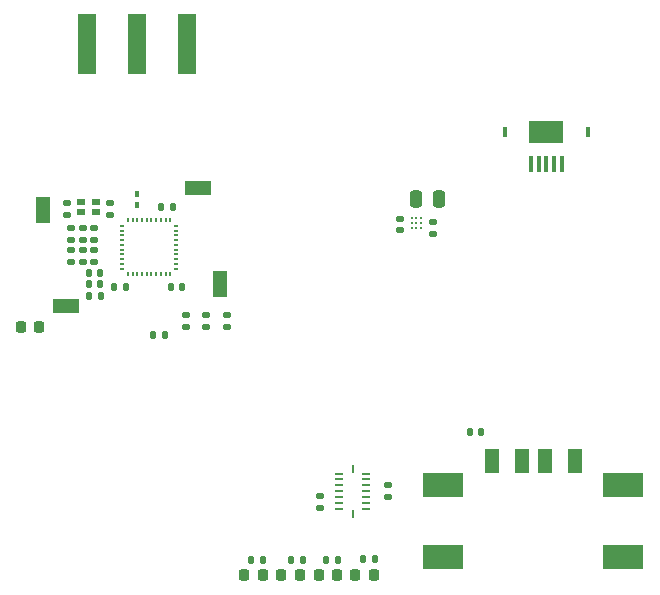
<source format=gtp>
%TF.GenerationSoftware,KiCad,Pcbnew,7.0.1*%
%TF.CreationDate,2023-10-27T08:58:37+02:00*%
%TF.ProjectId,SensorLeapSMA,53656e73-6f72-44c6-9561-70534d412e6b,rev?*%
%TF.SameCoordinates,Original*%
%TF.FileFunction,Paste,Top*%
%TF.FilePolarity,Positive*%
%FSLAX46Y46*%
G04 Gerber Fmt 4.6, Leading zero omitted, Abs format (unit mm)*
G04 Created by KiCad (PCBNEW 7.0.1) date 2023-10-27 08:58:37*
%MOMM*%
%LPD*%
G01*
G04 APERTURE LIST*
G04 Aperture macros list*
%AMRoundRect*
0 Rectangle with rounded corners*
0 $1 Rounding radius*
0 $2 $3 $4 $5 $6 $7 $8 $9 X,Y pos of 4 corners*
0 Add a 4 corners polygon primitive as box body*
4,1,4,$2,$3,$4,$5,$6,$7,$8,$9,$2,$3,0*
0 Add four circle primitives for the rounded corners*
1,1,$1+$1,$2,$3*
1,1,$1+$1,$4,$5*
1,1,$1+$1,$6,$7*
1,1,$1+$1,$8,$9*
0 Add four rect primitives between the rounded corners*
20,1,$1+$1,$2,$3,$4,$5,0*
20,1,$1+$1,$4,$5,$6,$7,0*
20,1,$1+$1,$6,$7,$8,$9,0*
20,1,$1+$1,$8,$9,$2,$3,0*%
G04 Aperture macros list end*
%ADD10RoundRect,0.135000X-0.135000X-0.185000X0.135000X-0.185000X0.135000X0.185000X-0.135000X0.185000X0*%
%ADD11RoundRect,0.135000X-0.185000X0.135000X-0.185000X-0.135000X0.185000X-0.135000X0.185000X0.135000X0*%
%ADD12RoundRect,0.140000X0.140000X0.170000X-0.140000X0.170000X-0.140000X-0.170000X0.140000X-0.170000X0*%
%ADD13RoundRect,0.218750X-0.218750X-0.256250X0.218750X-0.256250X0.218750X0.256250X-0.218750X0.256250X0*%
%ADD14RoundRect,0.140000X0.170000X-0.140000X0.170000X0.140000X-0.170000X0.140000X-0.170000X-0.140000X0*%
%ADD15R,0.685800X0.584200*%
%ADD16RoundRect,0.250000X-0.250000X-0.475000X0.250000X-0.475000X0.250000X0.475000X-0.250000X0.475000X0*%
%ADD17RoundRect,0.147500X-0.147500X-0.172500X0.147500X-0.172500X0.147500X0.172500X-0.147500X0.172500X0*%
%ADD18RoundRect,0.225000X0.225000X0.250000X-0.225000X0.250000X-0.225000X-0.250000X0.225000X-0.250000X0*%
%ADD19RoundRect,0.140000X-0.170000X0.140000X-0.170000X-0.140000X0.170000X-0.140000X0.170000X0.140000X0*%
%ADD20RoundRect,0.135000X0.135000X0.185000X-0.135000X0.185000X-0.135000X-0.185000X0.135000X-0.185000X0*%
%ADD21R,1.250000X2.100000*%
%ADD22R,3.500000X2.000000*%
%ADD23RoundRect,0.087250X-0.087250X0.192750X-0.087250X-0.192750X0.087250X-0.192750X0.087250X0.192750X0*%
%ADD24RoundRect,0.140000X-0.140000X-0.170000X0.140000X-0.170000X0.140000X0.170000X-0.140000X0.170000X0*%
%ADD25R,0.400000X0.200000*%
%ADD26R,0.200000X0.400000*%
%ADD27R,1.200000X2.300000*%
%ADD28R,1.520000X5.080000*%
%ADD29C,0.269000*%
%ADD30R,2.300000X1.200000*%
%ADD31R,0.300000X0.850000*%
%ADD32R,0.400000X1.350000*%
%ADD33R,2.900000X1.900000*%
%ADD34R,0.675000X0.250000*%
%ADD35R,0.250000X0.675000*%
G04 APERTURE END LIST*
D10*
%TO.C,R3*%
X87307500Y-77800000D03*
X88327500Y-77800000D03*
%TD*%
D11*
%TO.C,R6*%
X77200000Y-57100000D03*
X77200000Y-58120000D03*
%TD*%
D12*
%TO.C,C11*%
X68240000Y-53500000D03*
X67280000Y-53500000D03*
%TD*%
D13*
%TO.C,D5*%
X80440000Y-79110000D03*
X82015000Y-79110000D03*
%TD*%
D14*
%TO.C,C1*%
X65377499Y-48598200D03*
X65377499Y-47638200D03*
%TD*%
D15*
%TO.C,X1*%
X66562501Y-48361800D03*
X67837499Y-48361800D03*
X67837499Y-47498200D03*
X66562501Y-47498200D03*
%TD*%
D16*
%TO.C,C21*%
X95000000Y-47300000D03*
X96900000Y-47300000D03*
%TD*%
D14*
%TO.C,C23*%
X93600000Y-49880000D03*
X93600000Y-48920000D03*
%TD*%
D17*
%TO.C,FB1*%
X67315000Y-55500000D03*
X68285000Y-55500000D03*
%TD*%
D14*
%TO.C,C19*%
X92600000Y-72460000D03*
X92600000Y-71500000D03*
%TD*%
D18*
%TO.C,C3*%
X63075000Y-58130000D03*
X61525000Y-58130000D03*
%TD*%
D19*
%TO.C,C20*%
X86800000Y-72420000D03*
X86800000Y-73380000D03*
%TD*%
D12*
%TO.C,C6*%
X68240000Y-54470000D03*
X67280000Y-54470000D03*
%TD*%
D19*
%TO.C,C7*%
X67734000Y-49750000D03*
X67734000Y-50710000D03*
%TD*%
D10*
%TO.C,R2*%
X84397500Y-77800000D03*
X85417500Y-77800000D03*
%TD*%
D20*
%TO.C,R1*%
X74370000Y-47954000D03*
X73350000Y-47954000D03*
%TD*%
D19*
%TO.C,C5*%
X66734000Y-49740000D03*
X66734000Y-50700000D03*
%TD*%
D11*
%TO.C,R5*%
X79000000Y-57100000D03*
X79000000Y-58120000D03*
%TD*%
D21*
%TO.C,USB1*%
X101400000Y-69400000D03*
X103900000Y-69400000D03*
X105900000Y-69400000D03*
X108400000Y-69400000D03*
D22*
X112525000Y-71500000D03*
X112525000Y-77600000D03*
X97275000Y-77600000D03*
X97275000Y-71500000D03*
%TD*%
D10*
%TO.C,R10*%
X80972500Y-77800000D03*
X81992500Y-77800000D03*
%TD*%
D13*
%TO.C,D4*%
X89822500Y-79100000D03*
X91397500Y-79100000D03*
%TD*%
D23*
%TO.C,C10*%
X71360000Y-46820000D03*
X71360000Y-47780000D03*
%TD*%
D10*
%TO.C,R4*%
X72700000Y-58800000D03*
X73720000Y-58800000D03*
%TD*%
D24*
%TO.C,C24*%
X99520000Y-67000000D03*
X100480000Y-67000000D03*
%TD*%
D19*
%TO.C,C2*%
X65734000Y-49740000D03*
X65734000Y-50700000D03*
%TD*%
D10*
%TO.C,R9*%
X90487500Y-77750000D03*
X91507500Y-77750000D03*
%TD*%
D19*
%TO.C,C8*%
X69017499Y-47638200D03*
X69017499Y-48598200D03*
%TD*%
D14*
%TO.C,C14*%
X65734000Y-52560000D03*
X65734000Y-51600000D03*
%TD*%
D13*
%TO.C,D1*%
X83572500Y-79100000D03*
X85147500Y-79100000D03*
%TD*%
D12*
%TO.C,C9*%
X75190000Y-54700000D03*
X74230000Y-54700000D03*
%TD*%
D13*
%TO.C,D2*%
X86722500Y-79100000D03*
X88297500Y-79100000D03*
%TD*%
D25*
%TO.C,U1*%
X74666000Y-53144000D03*
X74666000Y-52744000D03*
X74666000Y-52344000D03*
X74666000Y-51944000D03*
X74666000Y-51544000D03*
X74666000Y-51144000D03*
X74666000Y-50744000D03*
X74666000Y-50344000D03*
X74666000Y-49944000D03*
X74666000Y-49544000D03*
D26*
X74166000Y-49044000D03*
X73766000Y-49044000D03*
X73366000Y-49044000D03*
X72966000Y-49044000D03*
X72566000Y-49044000D03*
X72166000Y-49044000D03*
X71766000Y-49044000D03*
X71366000Y-49044000D03*
X70966000Y-49044000D03*
X70566000Y-49044000D03*
D25*
X70066000Y-49544000D03*
X70066000Y-49944000D03*
X70066000Y-50344000D03*
X70066000Y-50744000D03*
X70066000Y-51144000D03*
X70066000Y-51544000D03*
X70066000Y-51944000D03*
X70066000Y-52344000D03*
X70066000Y-52744000D03*
X70066000Y-53144000D03*
D26*
X70566000Y-53644000D03*
X70966000Y-53644000D03*
X71366000Y-53644000D03*
X71766000Y-53644000D03*
X72166000Y-53644000D03*
X72566000Y-53644000D03*
X72966000Y-53644000D03*
X73366000Y-53644000D03*
X73766000Y-53644000D03*
X74166000Y-53644000D03*
%TD*%
D27*
%TO.C,MP3*%
X78400000Y-54430000D03*
%TD*%
%TO.C,MP2*%
X63400000Y-48230000D03*
%TD*%
D28*
%TO.C,J1*%
X67110000Y-34100000D03*
X71350000Y-34100000D03*
X75590000Y-34100000D03*
%TD*%
D29*
%TO.C,U5*%
X95400000Y-49700000D03*
X95000000Y-49700000D03*
X94600000Y-49700000D03*
X95400000Y-49300000D03*
X95000000Y-49300000D03*
X94600000Y-49300000D03*
X95400000Y-48900000D03*
X95000000Y-48900000D03*
X94600000Y-48900000D03*
%TD*%
D30*
%TO.C,MP4*%
X65300000Y-56330000D03*
%TD*%
D24*
%TO.C,C4*%
X69420000Y-54700000D03*
X70380000Y-54700000D03*
%TD*%
D14*
%TO.C,C12*%
X67734000Y-52560000D03*
X67734000Y-51600000D03*
%TD*%
D31*
%TO.C,J3*%
X109500000Y-41600000D03*
X102500000Y-41600000D03*
D32*
X104700000Y-44275000D03*
X105350000Y-44275000D03*
X106000000Y-44275000D03*
X106650000Y-44275000D03*
X107300000Y-44275000D03*
D33*
X106000000Y-41600000D03*
%TD*%
D14*
%TO.C,C13*%
X66734000Y-52560000D03*
X66734000Y-51600000D03*
%TD*%
D30*
%TO.C,MP1*%
X76500000Y-46330000D03*
%TD*%
D11*
%TO.C,R7*%
X75500000Y-57100000D03*
X75500000Y-58120000D03*
%TD*%
D34*
%TO.C,U4*%
X90765000Y-70500000D03*
X90765000Y-71000000D03*
X90765000Y-71500000D03*
X90765000Y-72000000D03*
X90765000Y-72500000D03*
X90765000Y-73000000D03*
X90765000Y-73500000D03*
D35*
X89600000Y-73915000D03*
D34*
X88435000Y-73500000D03*
X88435000Y-73000000D03*
X88435000Y-72500000D03*
X88435000Y-72000000D03*
X88435000Y-71500000D03*
X88435000Y-71000000D03*
X88435000Y-70500000D03*
D35*
X89600000Y-70085000D03*
%TD*%
D19*
%TO.C,C22*%
X96400000Y-49220000D03*
X96400000Y-50180000D03*
%TD*%
M02*

</source>
